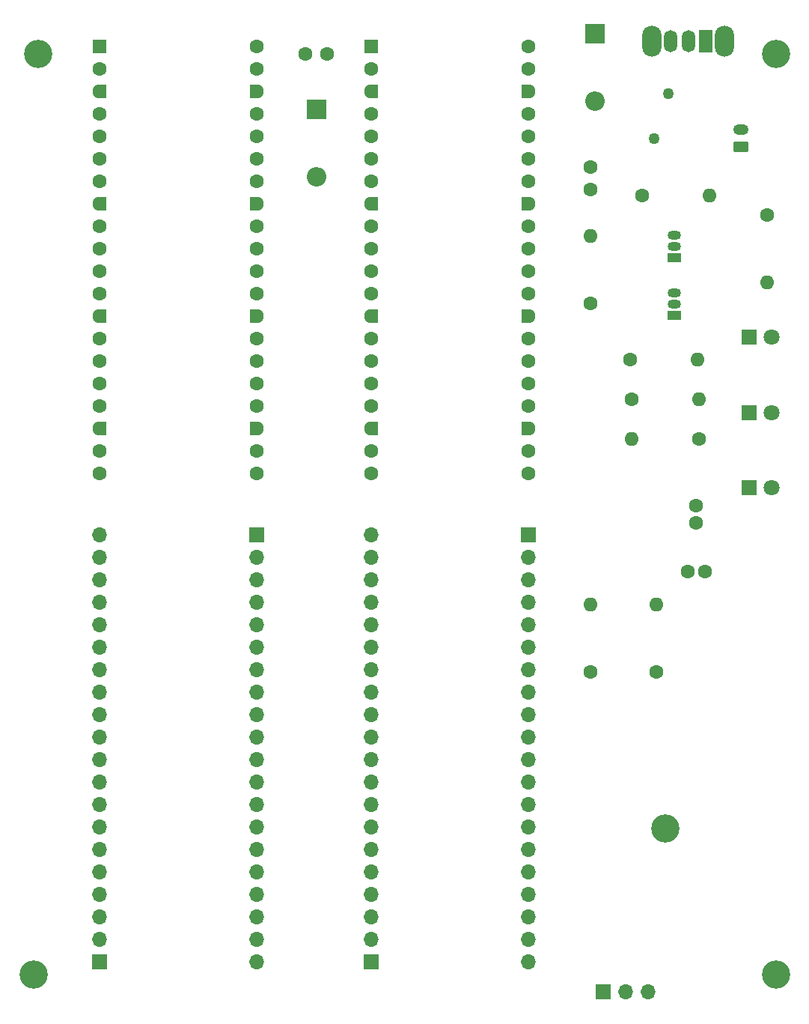
<source format=gbr>
%TF.GenerationSoftware,KiCad,Pcbnew,9.0.0*%
%TF.CreationDate,2025-09-26T14:06:40-04:00*%
%TF.ProjectId,Design V3.0,44657369-676e-4205-9633-2e302e6b6963,rev?*%
%TF.SameCoordinates,Original*%
%TF.FileFunction,Soldermask,Bot*%
%TF.FilePolarity,Negative*%
%FSLAX46Y46*%
G04 Gerber Fmt 4.6, Leading zero omitted, Abs format (unit mm)*
G04 Created by KiCad (PCBNEW 9.0.0) date 2025-09-26 14:06:40*
%MOMM*%
%LPD*%
G01*
G04 APERTURE LIST*
G04 Aperture macros list*
%AMRoundRect*
0 Rectangle with rounded corners*
0 $1 Rounding radius*
0 $2 $3 $4 $5 $6 $7 $8 $9 X,Y pos of 4 corners*
0 Add a 4 corners polygon primitive as box body*
4,1,4,$2,$3,$4,$5,$6,$7,$8,$9,$2,$3,0*
0 Add four circle primitives for the rounded corners*
1,1,$1+$1,$2,$3*
1,1,$1+$1,$4,$5*
1,1,$1+$1,$6,$7*
1,1,$1+$1,$8,$9*
0 Add four rect primitives between the rounded corners*
20,1,$1+$1,$2,$3,$4,$5,0*
20,1,$1+$1,$4,$5,$6,$7,0*
20,1,$1+$1,$6,$7,$8,$9,0*
20,1,$1+$1,$8,$9,$2,$3,0*%
%AMFreePoly0*
4,1,37,0.000000,0.796148,0.078414,0.796148,0.232228,0.765552,0.377117,0.705537,0.507515,0.618408,0.618408,0.507515,0.705537,0.377117,0.765552,0.232228,0.796148,0.078414,0.796148,-0.078414,0.765552,-0.232228,0.705537,-0.377117,0.618408,-0.507515,0.507515,-0.618408,0.377117,-0.705537,0.232228,-0.765552,0.078414,-0.796148,0.000000,-0.796148,0.000000,-0.800000,-0.600000,-0.800000,
-0.603843,-0.796157,-0.639018,-0.796157,-0.711114,-0.766294,-0.766294,-0.711114,-0.796157,-0.639018,-0.796157,-0.603843,-0.800000,-0.600000,-0.800000,0.600000,-0.796157,0.603843,-0.796157,0.639018,-0.766294,0.711114,-0.711114,0.766294,-0.639018,0.796157,-0.603843,0.796157,-0.600000,0.800000,0.000000,0.800000,0.000000,0.796148,0.000000,0.796148,$1*%
%AMFreePoly1*
4,1,37,0.603843,0.796157,0.639018,0.796157,0.711114,0.766294,0.766294,0.711114,0.796157,0.639018,0.796157,0.603843,0.800000,0.600000,0.800000,-0.600000,0.796157,-0.603843,0.796157,-0.639018,0.766294,-0.711114,0.711114,-0.766294,0.639018,-0.796157,0.603843,-0.796157,0.600000,-0.800000,0.000000,-0.800000,0.000000,-0.796148,-0.078414,-0.796148,-0.232228,-0.765552,-0.377117,-0.705537,
-0.507515,-0.618408,-0.618408,-0.507515,-0.705537,-0.377117,-0.765552,-0.232228,-0.796148,-0.078414,-0.796148,0.078414,-0.765552,0.232228,-0.705537,0.377117,-0.618408,0.507515,-0.507515,0.618408,-0.377117,0.705537,-0.232228,0.765552,-0.078414,0.796148,0.000000,0.796148,0.000000,0.800000,0.600000,0.800000,0.603843,0.796157,0.603843,0.796157,$1*%
G04 Aperture macros list end*
%ADD10C,1.600000*%
%ADD11FreePoly0,0.000000*%
%ADD12FreePoly1,0.000000*%
%ADD13RoundRect,0.200000X-0.600000X-0.600000X0.600000X-0.600000X0.600000X0.600000X-0.600000X0.600000X0*%
%ADD14O,1.600000X1.600000*%
%ADD15O,1.500000X1.050000*%
%ADD16R,1.500000X1.050000*%
%ADD17C,3.200000*%
%ADD18O,1.700000X1.700000*%
%ADD19R,1.700000X1.700000*%
%ADD20O,2.200000X2.200000*%
%ADD21R,2.200000X2.200000*%
%ADD22C,1.800000*%
%ADD23R,1.800000X1.800000*%
%ADD24O,1.750000X1.200000*%
%ADD25RoundRect,0.250000X0.625000X-0.350000X0.625000X0.350000X-0.625000X0.350000X-0.625000X-0.350000X0*%
%ADD26O,1.500000X2.500000*%
%ADD27R,1.500000X2.500000*%
%ADD28O,2.200000X3.500000*%
%ADD29C,1.270000*%
G04 APERTURE END LIST*
D10*
%TO.C,A2*%
X217500000Y-32600000D03*
X217500000Y-35140000D03*
D11*
X217500000Y-37680000D03*
D10*
X217500000Y-40220000D03*
X217500000Y-42760000D03*
X217500000Y-45300000D03*
X217500000Y-47840000D03*
D11*
X217500000Y-50380000D03*
D10*
X217500000Y-52920000D03*
X217500000Y-55460000D03*
X217500000Y-58000000D03*
X217500000Y-60540000D03*
D11*
X217500000Y-63080000D03*
D10*
X217500000Y-65620000D03*
X217500000Y-68160000D03*
X217500000Y-70700000D03*
X217500000Y-73240000D03*
D11*
X217500000Y-75780000D03*
D10*
X217500000Y-78320000D03*
X217500000Y-80860000D03*
X199720000Y-80860000D03*
X199720000Y-78320000D03*
D12*
X199720000Y-75780000D03*
D10*
X199720000Y-73240000D03*
X199720000Y-70700000D03*
X199720000Y-68160000D03*
X199720000Y-65620000D03*
D12*
X199720000Y-63080000D03*
D10*
X199720000Y-60540000D03*
X199720000Y-58000000D03*
X199720000Y-55460000D03*
X199720000Y-52920000D03*
D12*
X199720000Y-50380000D03*
D10*
X199720000Y-47840000D03*
X199720000Y-45300000D03*
X199720000Y-42760000D03*
X199720000Y-40220000D03*
D12*
X199720000Y-37680000D03*
D10*
X199720000Y-35140000D03*
D13*
X199720000Y-32600000D03*
%TD*%
D14*
%TO.C,R4*%
X232000000Y-95690000D03*
D10*
X232000000Y-103310000D03*
%TD*%
D15*
%TO.C,Q4*%
X234000000Y-60460000D03*
X234000000Y-61730000D03*
D16*
X234000000Y-63000000D03*
%TD*%
D17*
%TO.C,H4*%
X161500000Y-137500000D03*
%TD*%
D18*
%TO.C,J5*%
X217500000Y-136120000D03*
X217500000Y-133580000D03*
X217500000Y-131040000D03*
X217500000Y-128500000D03*
X217500000Y-125960000D03*
X217500000Y-123420000D03*
X217500000Y-120880000D03*
X217500000Y-118340000D03*
X217500000Y-115800000D03*
X217500000Y-113260000D03*
X217500000Y-110720000D03*
X217500000Y-108180000D03*
X217500000Y-105640000D03*
X217500000Y-103100000D03*
X217500000Y-100560000D03*
X217500000Y-98020000D03*
X217500000Y-95480000D03*
X217500000Y-92940000D03*
X217500000Y-90400000D03*
D19*
X217500000Y-87860000D03*
%TD*%
D17*
%TO.C,H3*%
X245500000Y-137500000D03*
%TD*%
D14*
%TO.C,R3*%
X236810000Y-72500000D03*
D10*
X229190000Y-72500000D03*
%TD*%
D15*
%TO.C,Q3*%
X234000000Y-53960000D03*
X234000000Y-55230000D03*
D16*
X234000000Y-56500000D03*
%TD*%
D20*
%TO.C,D6*%
X225000000Y-38810000D03*
D21*
X225000000Y-31190000D03*
%TD*%
D10*
%TO.C,C3*%
X235500000Y-92000000D03*
X237500000Y-92000000D03*
%TD*%
D22*
%TO.C,D3*%
X245000000Y-74000000D03*
D23*
X242460000Y-74000000D03*
%TD*%
D17*
%TO.C,H5*%
X233000000Y-121000000D03*
%TD*%
%TO.C,H1*%
X162000000Y-33500000D03*
%TD*%
D22*
%TO.C,D2*%
X245000000Y-65500000D03*
D23*
X242460000Y-65500000D03*
%TD*%
D14*
%TO.C,R7*%
X236620000Y-68000000D03*
D10*
X229000000Y-68000000D03*
%TD*%
D18*
%TO.C,J2*%
X169000000Y-87800000D03*
X169000000Y-90340000D03*
X169000000Y-92880000D03*
X169000000Y-95420000D03*
X169000000Y-97960000D03*
X169000000Y-100500000D03*
X169000000Y-103040000D03*
X169000000Y-105580000D03*
X169000000Y-108120000D03*
X169000000Y-110660000D03*
X169000000Y-113200000D03*
X169000000Y-115740000D03*
X169000000Y-118280000D03*
X169000000Y-120820000D03*
X169000000Y-123360000D03*
X169000000Y-125900000D03*
X169000000Y-128440000D03*
X169000000Y-130980000D03*
X169000000Y-133520000D03*
D19*
X169000000Y-136060000D03*
%TD*%
D10*
%TO.C,C1*%
X192250000Y-33500000D03*
X194750000Y-33500000D03*
%TD*%
D24*
%TO.C,J1*%
X241550000Y-42000000D03*
D25*
X241550000Y-44000000D03*
%TD*%
D18*
%TO.C,J3*%
X186780000Y-136120000D03*
X186780000Y-133580000D03*
X186780000Y-131040000D03*
X186780000Y-128500000D03*
X186780000Y-125960000D03*
X186780000Y-123420000D03*
X186780000Y-120880000D03*
X186780000Y-118340000D03*
X186780000Y-115800000D03*
X186780000Y-113260000D03*
X186780000Y-110720000D03*
X186780000Y-108180000D03*
X186780000Y-105640000D03*
X186780000Y-103100000D03*
X186780000Y-100560000D03*
X186780000Y-98020000D03*
X186780000Y-95480000D03*
X186780000Y-92940000D03*
X186780000Y-90400000D03*
D19*
X186780000Y-87860000D03*
%TD*%
D17*
%TO.C,H2*%
X245500000Y-33500000D03*
%TD*%
D18*
%TO.C,J4*%
X199720000Y-87800000D03*
X199720000Y-90340000D03*
X199720000Y-92880000D03*
X199720000Y-95420000D03*
X199720000Y-97960000D03*
X199720000Y-100500000D03*
X199720000Y-103040000D03*
X199720000Y-105580000D03*
X199720000Y-108120000D03*
X199720000Y-110660000D03*
X199720000Y-113200000D03*
X199720000Y-115740000D03*
X199720000Y-118280000D03*
X199720000Y-120820000D03*
X199720000Y-123360000D03*
X199720000Y-125900000D03*
X199720000Y-128440000D03*
X199720000Y-130980000D03*
X199720000Y-133520000D03*
D19*
X199720000Y-136060000D03*
%TD*%
D10*
%TO.C,C2*%
X224500000Y-46250000D03*
X224500000Y-48750000D03*
%TD*%
%TO.C,C4*%
X236500000Y-84500000D03*
X236500000Y-86500000D03*
%TD*%
D26*
%TO.C,SW1*%
X233600000Y-32000000D03*
X235600000Y-32000000D03*
D27*
X237600000Y-32000000D03*
D28*
X231500000Y-32000000D03*
X239700000Y-32000000D03*
%TD*%
D20*
%TO.C,D5*%
X193500000Y-47310000D03*
D21*
X193500000Y-39690000D03*
%TD*%
D14*
%TO.C,R2*%
X238000000Y-49500000D03*
D10*
X230380000Y-49500000D03*
%TD*%
D29*
%TO.C,F1*%
X233300000Y-37950000D03*
X231700000Y-43050000D03*
%TD*%
D10*
%TO.C,A1*%
X186780000Y-32600000D03*
X186780000Y-35140000D03*
D11*
X186780000Y-37680000D03*
D10*
X186780000Y-40220000D03*
X186780000Y-42760000D03*
X186780000Y-45300000D03*
X186780000Y-47840000D03*
D11*
X186780000Y-50380000D03*
D10*
X186780000Y-52920000D03*
X186780000Y-55460000D03*
X186780000Y-58000000D03*
X186780000Y-60540000D03*
D11*
X186780000Y-63080000D03*
D10*
X186780000Y-65620000D03*
X186780000Y-68160000D03*
X186780000Y-70700000D03*
X186780000Y-73240000D03*
D11*
X186780000Y-75780000D03*
D10*
X186780000Y-78320000D03*
X186780000Y-80860000D03*
X169000000Y-80860000D03*
X169000000Y-78320000D03*
D12*
X169000000Y-75780000D03*
D10*
X169000000Y-73240000D03*
X169000000Y-70700000D03*
X169000000Y-68160000D03*
X169000000Y-65620000D03*
D12*
X169000000Y-63080000D03*
D10*
X169000000Y-60540000D03*
X169000000Y-58000000D03*
X169000000Y-55460000D03*
X169000000Y-52920000D03*
D12*
X169000000Y-50380000D03*
D10*
X169000000Y-47840000D03*
X169000000Y-45300000D03*
X169000000Y-42760000D03*
X169000000Y-40220000D03*
D12*
X169000000Y-37680000D03*
D10*
X169000000Y-35140000D03*
D13*
X169000000Y-32600000D03*
%TD*%
D14*
%TO.C,R8*%
X229190000Y-77000000D03*
D10*
X236810000Y-77000000D03*
%TD*%
D22*
%TO.C,D4*%
X245000000Y-82500000D03*
D23*
X242460000Y-82500000D03*
%TD*%
D14*
%TO.C,R5*%
X244500000Y-59310000D03*
D10*
X244500000Y-51690000D03*
%TD*%
D14*
%TO.C,R6*%
X224500000Y-54000000D03*
D10*
X224500000Y-61620000D03*
%TD*%
D18*
%TO.C,J7*%
X231040000Y-139500000D03*
X228500000Y-139500000D03*
D19*
X225960000Y-139500000D03*
%TD*%
D14*
%TO.C,R1*%
X224500000Y-95690000D03*
D10*
X224500000Y-103310000D03*
%TD*%
M02*

</source>
